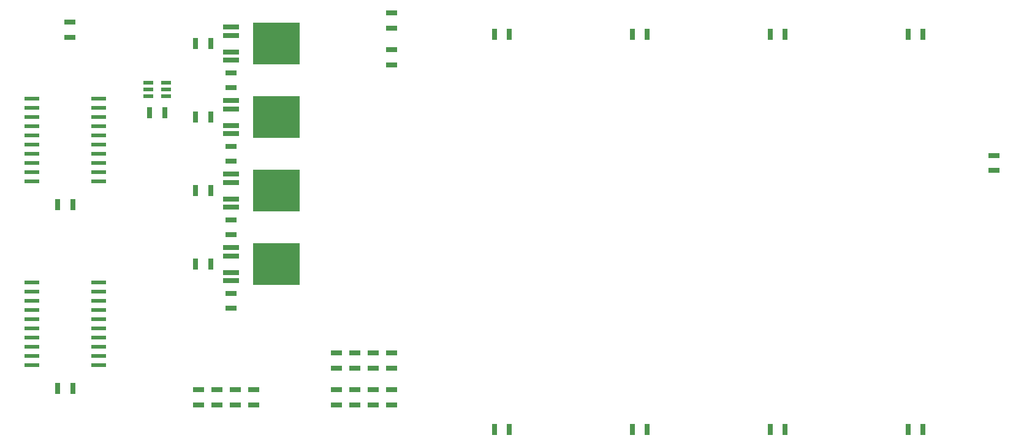
<source format=gbp>
G04 #@! TF.GenerationSoftware,KiCad,Pcbnew,6.0.0-unknown-f1f26a9~86~ubuntu18.04.1*
G04 #@! TF.CreationDate,2019-06-07T10:14:52-04:00*
G04 #@! TF.ProjectId,backlight_controller_6x3,6261636b-6c69-4676-9874-5f636f6e7472,1.0*
G04 #@! TF.SameCoordinates,Original*
G04 #@! TF.FileFunction,Paste,Bot*
G04 #@! TF.FilePolarity,Positive*
%FSLAX46Y46*%
G04 Gerber Fmt 4.6, Leading zero omitted, Abs format (unit mm)*
G04 Created by KiCad (PCBNEW 6.0.0-unknown-f1f26a9~86~ubuntu18.04.1) date 2019-06-07 10:14:52*
%MOMM*%
%LPD*%
G04 APERTURE LIST*
%ADD10R,2.000000X0.600000*%
%ADD11R,1.330960X0.558800*%
%ADD12R,0.787400X1.600200*%
%ADD13R,1.600200X0.787400*%
%ADD14R,6.400000X5.800000*%
%ADD15R,2.200000X0.800000*%
G04 APERTURE END LIST*
D10*
X56310000Y-123825000D03*
X56310000Y-122555000D03*
X56310000Y-121285000D03*
X56310000Y-120015000D03*
X56310000Y-118745000D03*
X56310000Y-117475000D03*
X56310000Y-116205000D03*
X56310000Y-114935000D03*
X56310000Y-113665000D03*
X56310000Y-112395000D03*
X65610000Y-112395000D03*
X65610000Y-113665000D03*
X65610000Y-114935000D03*
X65610000Y-116205000D03*
X65610000Y-117475000D03*
X65610000Y-118745000D03*
X65610000Y-120015000D03*
X65610000Y-121285000D03*
X65610000Y-122555000D03*
X65610000Y-123825000D03*
X56310000Y-98425000D03*
X56310000Y-97155000D03*
X56310000Y-95885000D03*
X56310000Y-94615000D03*
X56310000Y-93345000D03*
X56310000Y-92075000D03*
X56310000Y-90805000D03*
X56310000Y-89535000D03*
X56310000Y-88265000D03*
X56310000Y-86995000D03*
X65610000Y-86995000D03*
X65610000Y-88265000D03*
X65610000Y-89535000D03*
X65610000Y-90805000D03*
X65610000Y-92075000D03*
X65610000Y-93345000D03*
X65610000Y-94615000D03*
X65610000Y-95885000D03*
X65610000Y-97155000D03*
X65610000Y-98425000D03*
D11*
X72461120Y-84775040D03*
X72461120Y-85725000D03*
X72461120Y-86674960D03*
X74858880Y-86674960D03*
X74858880Y-85725000D03*
X74858880Y-84775040D03*
D12*
X74701400Y-88900000D03*
X72618600Y-88900000D03*
D13*
X83820000Y-85496400D03*
X83820000Y-83413600D03*
X83820000Y-95656400D03*
X83820000Y-93573600D03*
D12*
X179476400Y-132715000D03*
X177393600Y-132715000D03*
D13*
X98425000Y-129311400D03*
X98425000Y-127228600D03*
X86995000Y-129311400D03*
X86995000Y-127228600D03*
D12*
X81051400Y-79375000D03*
X78968600Y-79375000D03*
D13*
X83820000Y-105816400D03*
X83820000Y-103733600D03*
X100965000Y-129311400D03*
X100965000Y-127228600D03*
X98425000Y-122148600D03*
X98425000Y-124231400D03*
D12*
X81051400Y-89535000D03*
X78968600Y-89535000D03*
D13*
X84455000Y-129311400D03*
X84455000Y-127228600D03*
X83820000Y-115976400D03*
X83820000Y-113893600D03*
D12*
X81051400Y-99695000D03*
X78968600Y-99695000D03*
D13*
X81915000Y-129311400D03*
X81915000Y-127228600D03*
D12*
X59918600Y-101600000D03*
X62001400Y-101600000D03*
X81051400Y-109855000D03*
X78968600Y-109855000D03*
D13*
X100965000Y-122148600D03*
X100965000Y-124231400D03*
X79375000Y-129311400D03*
X79375000Y-127228600D03*
D12*
X59918600Y-127000000D03*
X62001400Y-127000000D03*
D13*
X106045000Y-80238600D03*
X106045000Y-82321400D03*
X61595000Y-78511400D03*
X61595000Y-76428600D03*
X189230000Y-96926400D03*
X189230000Y-94843600D03*
X103505000Y-129311400D03*
X103505000Y-127228600D03*
X106045000Y-129311400D03*
X106045000Y-127228600D03*
X103505000Y-122148600D03*
X103505000Y-124231400D03*
D12*
X179476400Y-78105000D03*
X177393600Y-78105000D03*
D13*
X106045000Y-122148600D03*
X106045000Y-124231400D03*
D12*
X141376400Y-132715000D03*
X139293600Y-132715000D03*
X122326400Y-78105000D03*
X120243600Y-78105000D03*
D13*
X106045000Y-77241400D03*
X106045000Y-75158600D03*
D12*
X160426400Y-78105000D03*
X158343600Y-78105000D03*
X160426400Y-132715000D03*
X158343600Y-132715000D03*
X122326400Y-132715000D03*
X120243600Y-132715000D03*
X141376400Y-78105000D03*
X139293600Y-78105000D03*
D14*
X90120000Y-109855000D03*
D15*
X83820000Y-112135000D03*
X83820000Y-110995000D03*
X83820000Y-108715000D03*
X83820000Y-107575000D03*
D14*
X90120000Y-99695000D03*
D15*
X83820000Y-101975000D03*
X83820000Y-100835000D03*
X83820000Y-98555000D03*
X83820000Y-97415000D03*
D14*
X90120000Y-89535000D03*
D15*
X83820000Y-91815000D03*
X83820000Y-90675000D03*
X83820000Y-88395000D03*
X83820000Y-87255000D03*
D14*
X90120000Y-79375000D03*
D15*
X83820000Y-81655000D03*
X83820000Y-80515000D03*
X83820000Y-78235000D03*
X83820000Y-77095000D03*
M02*

</source>
